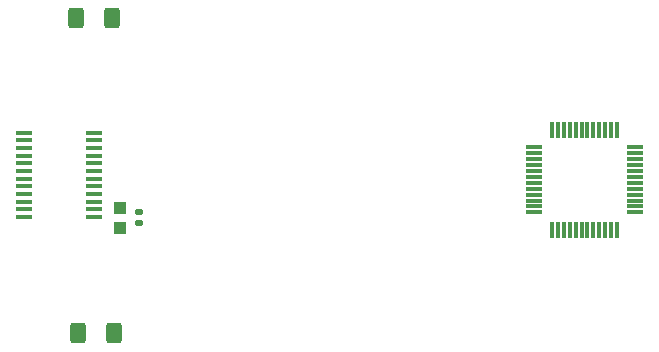
<source format=gbr>
%TF.GenerationSoftware,KiCad,Pcbnew,7.0.5*%
%TF.CreationDate,2023-06-27T15:21:13+05:30*%
%TF.ProjectId,NTC reader,4e544320-7265-4616-9465-722e6b696361,rev?*%
%TF.SameCoordinates,Original*%
%TF.FileFunction,Paste,Top*%
%TF.FilePolarity,Positive*%
%FSLAX46Y46*%
G04 Gerber Fmt 4.6, Leading zero omitted, Abs format (unit mm)*
G04 Created by KiCad (PCBNEW 7.0.5) date 2023-06-27 15:21:13*
%MOMM*%
%LPD*%
G01*
G04 APERTURE LIST*
G04 Aperture macros list*
%AMRoundRect*
0 Rectangle with rounded corners*
0 $1 Rounding radius*
0 $2 $3 $4 $5 $6 $7 $8 $9 X,Y pos of 4 corners*
0 Add a 4 corners polygon primitive as box body*
4,1,4,$2,$3,$4,$5,$6,$7,$8,$9,$2,$3,0*
0 Add four circle primitives for the rounded corners*
1,1,$1+$1,$2,$3*
1,1,$1+$1,$4,$5*
1,1,$1+$1,$6,$7*
1,1,$1+$1,$8,$9*
0 Add four rect primitives between the rounded corners*
20,1,$1+$1,$2,$3,$4,$5,0*
20,1,$1+$1,$4,$5,$6,$7,0*
20,1,$1+$1,$6,$7,$8,$9,0*
20,1,$1+$1,$8,$9,$2,$3,0*%
G04 Aperture macros list end*
%ADD10R,1.475000X0.450000*%
%ADD11R,1.000000X1.000000*%
%ADD12RoundRect,0.250000X-0.400000X-0.625000X0.400000X-0.625000X0.400000X0.625000X-0.400000X0.625000X0*%
%ADD13RoundRect,0.140000X-0.170000X0.140000X-0.170000X-0.140000X0.170000X-0.140000X0.170000X0.140000X0*%
%ADD14R,0.300000X1.475000*%
%ADD15R,1.475000X0.300000*%
G04 APERTURE END LIST*
D10*
%TO.C,IC2*%
X115638000Y-112735000D03*
X115638000Y-112085000D03*
X115638000Y-111435000D03*
X115638000Y-110785000D03*
X115638000Y-110135000D03*
X115638000Y-109485000D03*
X115638000Y-108835000D03*
X115638000Y-108185000D03*
X115638000Y-107535000D03*
X115638000Y-106885000D03*
X115638000Y-106235000D03*
X115638000Y-105585000D03*
X109762000Y-105585000D03*
X109762000Y-106235000D03*
X109762000Y-106885000D03*
X109762000Y-107535000D03*
X109762000Y-108185000D03*
X109762000Y-108835000D03*
X109762000Y-109485000D03*
X109762000Y-110135000D03*
X109762000Y-110785000D03*
X109762000Y-111435000D03*
X109762000Y-112085000D03*
X109762000Y-112735000D03*
%TD*%
D11*
%TO.C,R1*%
X117848000Y-111995000D03*
X117848000Y-113695000D03*
%TD*%
D12*
%TO.C,R2*%
X114120000Y-95890000D03*
X117220000Y-95890000D03*
%TD*%
D13*
%TO.C,C1*%
X119478000Y-113235000D03*
X119478000Y-112275000D03*
%TD*%
D12*
%TO.C,R3*%
X114270000Y-122570000D03*
X117370000Y-122570000D03*
%TD*%
D14*
%TO.C,IC1*%
X159930000Y-105342000D03*
X159430000Y-105342000D03*
X158930000Y-105342000D03*
X158430000Y-105342000D03*
X157930000Y-105342000D03*
X157430000Y-105342000D03*
X156930000Y-105342000D03*
X156430000Y-105342000D03*
X155930000Y-105342000D03*
X155430000Y-105342000D03*
X154930000Y-105342000D03*
X154430000Y-105342000D03*
D15*
X152942000Y-106830000D03*
X152942000Y-107330000D03*
X152942000Y-107830000D03*
X152942000Y-108330000D03*
X152942000Y-108830000D03*
X152942000Y-109330000D03*
X152942000Y-109830000D03*
X152942000Y-110330000D03*
X152942000Y-110830000D03*
X152942000Y-111330000D03*
X152942000Y-111830000D03*
X152942000Y-112330000D03*
D14*
X154430000Y-113818000D03*
X154930000Y-113818000D03*
X155430000Y-113818000D03*
X155930000Y-113818000D03*
X156430000Y-113818000D03*
X156930000Y-113818000D03*
X157430000Y-113818000D03*
X157930000Y-113818000D03*
X158430000Y-113818000D03*
X158930000Y-113818000D03*
X159430000Y-113818000D03*
X159930000Y-113818000D03*
D15*
X161418000Y-112330000D03*
X161418000Y-111830000D03*
X161418000Y-111330000D03*
X161418000Y-110830000D03*
X161418000Y-110330000D03*
X161418000Y-109830000D03*
X161418000Y-109330000D03*
X161418000Y-108830000D03*
X161418000Y-108330000D03*
X161418000Y-107830000D03*
X161418000Y-107330000D03*
X161418000Y-106830000D03*
%TD*%
M02*

</source>
